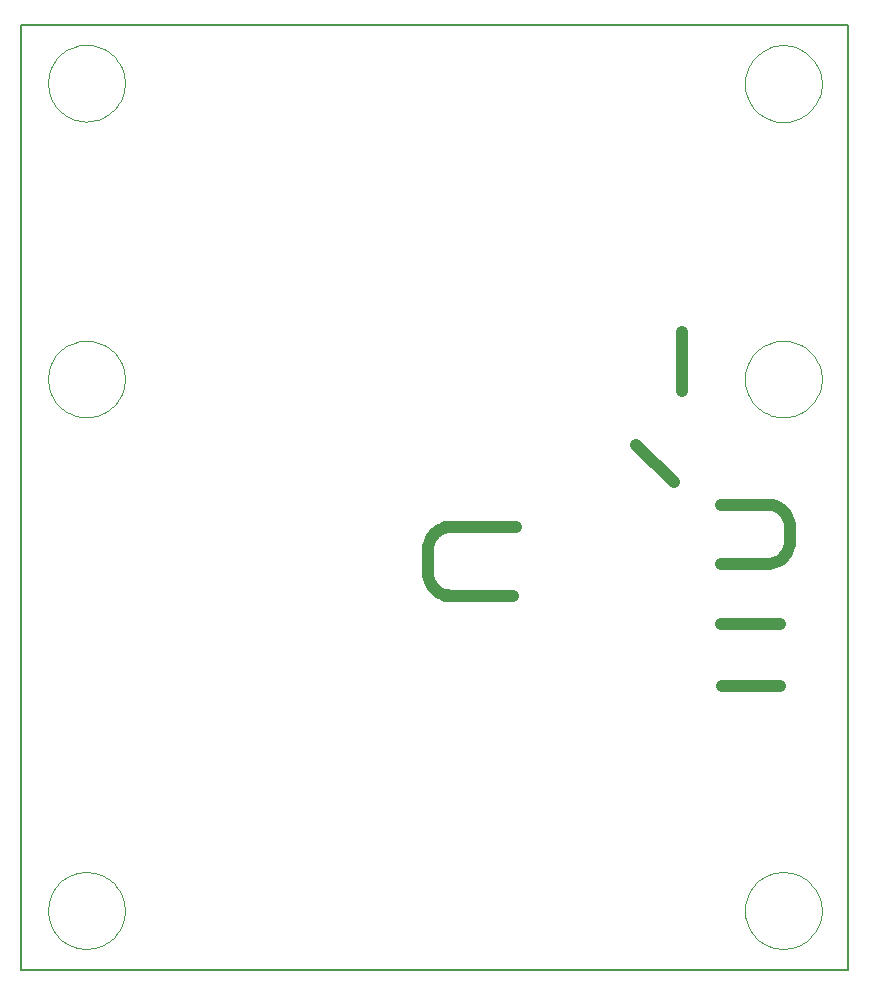
<source format=gko>
G04*
G04 #@! TF.GenerationSoftware,Altium Limited,Altium Designer,21.6.1 (37)*
G04*
G04 Layer_Color=16711935*
%FSLAX25Y25*%
%MOIN*%
G70*
G04*
G04 #@! TF.SameCoordinates,2088F3C0-FEE1-402F-84BC-96CE3F90A9C5*
G04*
G04*
G04 #@! TF.FilePolarity,Positive*
G04*
G01*
G75*
%ADD17C,0.00394*%
%ADD18C,0.00500*%
%ADD57C,0.03937*%
D17*
X-103347Y39370D02*
X-103386Y40374D01*
X-103504Y41372D01*
X-103700Y42357D01*
X-103973Y43324D01*
X-104320Y44267D01*
X-104741Y45179D01*
X-105232Y46056D01*
X-105790Y46891D01*
X-106412Y47680D01*
X-107094Y48418D01*
X-107832Y49100D01*
X-108621Y49722D01*
X-109456Y50280D01*
X-110333Y50771D01*
X-111245Y51191D01*
X-112188Y51539D01*
X-113155Y51812D01*
X-114140Y52008D01*
X-115138Y52126D01*
X-116142Y52165D01*
X-117146Y52126D01*
X-118143Y52008D01*
X-119129Y51812D01*
X-120096Y51539D01*
X-121038Y51191D01*
X-121951Y50771D01*
X-122827Y50280D01*
X-123663Y49722D01*
X-124452Y49100D01*
X-125189Y48418D01*
X-125871Y47680D01*
X-126493Y46891D01*
X-127051Y46056D01*
X-127542Y45179D01*
X-127963Y44267D01*
X-128311Y43324D01*
X-128584Y42357D01*
X-128779Y41372D01*
X-128898Y40374D01*
X-128937Y39370D01*
X-128898Y38366D01*
X-128779Y37369D01*
X-128584Y36383D01*
X-128311Y35416D01*
X-127963Y34473D01*
X-127542Y33561D01*
X-127051Y32685D01*
X-126493Y31849D01*
X-125871Y31060D01*
X-125189Y30322D01*
X-124452Y29640D01*
X-123663Y29019D01*
X-122827Y28460D01*
X-121951Y27969D01*
X-121038Y27549D01*
X-120096Y27201D01*
X-119129Y26928D01*
X-118143Y26732D01*
X-117146Y26614D01*
X-116142Y26575D01*
X-115138Y26614D01*
X-114140Y26732D01*
X-113155Y26928D01*
X-112188Y27201D01*
X-111245Y27549D01*
X-110333Y27969D01*
X-109456Y28460D01*
X-108621Y29019D01*
X-107832Y29640D01*
X-107094Y30322D01*
X-106412Y31060D01*
X-105790Y31849D01*
X-105232Y32685D01*
X-104741Y33561D01*
X-104320Y34473D01*
X-103973Y35416D01*
X-103700Y36383D01*
X-103504Y37369D01*
X-103386Y38366D01*
X-103347Y39370D01*
X128937D02*
X128898Y40374D01*
X128779Y41372D01*
X128584Y42357D01*
X128311Y43324D01*
X127963Y44267D01*
X127542Y45179D01*
X127051Y46056D01*
X126493Y46891D01*
X125871Y47680D01*
X125189Y48418D01*
X124452Y49100D01*
X123663Y49722D01*
X122827Y50280D01*
X121951Y50771D01*
X121038Y51191D01*
X120096Y51539D01*
X119129Y51812D01*
X118143Y52008D01*
X117146Y52126D01*
X116142Y52165D01*
X115138Y52126D01*
X114140Y52008D01*
X113155Y51812D01*
X112188Y51539D01*
X111245Y51191D01*
X110333Y50771D01*
X109456Y50280D01*
X108621Y49722D01*
X107832Y49100D01*
X107094Y48418D01*
X106412Y47680D01*
X105790Y46891D01*
X105232Y46056D01*
X104741Y45179D01*
X104320Y44267D01*
X103973Y43324D01*
X103700Y42357D01*
X103504Y41372D01*
X103386Y40374D01*
X103347Y39370D01*
X103386Y38366D01*
X103504Y37369D01*
X103700Y36383D01*
X103973Y35416D01*
X104320Y34473D01*
X104741Y33561D01*
X105232Y32685D01*
X105790Y31849D01*
X106412Y31060D01*
X107094Y30322D01*
X107832Y29640D01*
X108621Y29019D01*
X109456Y28460D01*
X110333Y27969D01*
X111245Y27549D01*
X112188Y27201D01*
X113155Y26928D01*
X114140Y26732D01*
X115138Y26614D01*
X116142Y26575D01*
X117146Y26614D01*
X118143Y26732D01*
X119129Y26928D01*
X120096Y27201D01*
X121038Y27549D01*
X121951Y27969D01*
X122827Y28460D01*
X123663Y29019D01*
X124452Y29640D01*
X125189Y30322D01*
X125871Y31060D01*
X126493Y31849D01*
X127051Y32685D01*
X127542Y33561D01*
X127963Y34473D01*
X128311Y35416D01*
X128584Y36383D01*
X128779Y37369D01*
X128898Y38366D01*
X128937Y39370D01*
Y137795D02*
X128898Y138799D01*
X128779Y139797D01*
X128584Y140782D01*
X128311Y141749D01*
X127963Y142692D01*
X127542Y143604D01*
X127051Y144481D01*
X126493Y145316D01*
X125871Y146105D01*
X125189Y146843D01*
X124452Y147525D01*
X123663Y148147D01*
X122827Y148705D01*
X121951Y149196D01*
X121038Y149617D01*
X120096Y149964D01*
X119129Y150237D01*
X118143Y150433D01*
X117146Y150551D01*
X116142Y150591D01*
X115138Y150551D01*
X114140Y150433D01*
X113155Y150237D01*
X112188Y149964D01*
X111245Y149617D01*
X110333Y149196D01*
X109456Y148705D01*
X108621Y148147D01*
X107832Y147525D01*
X107094Y146843D01*
X106412Y146105D01*
X105790Y145316D01*
X105232Y144481D01*
X104741Y143604D01*
X104320Y142692D01*
X103973Y141749D01*
X103700Y140782D01*
X103504Y139797D01*
X103386Y138799D01*
X103347Y137795D01*
X103386Y136791D01*
X103504Y135794D01*
X103700Y134808D01*
X103973Y133841D01*
X104320Y132899D01*
X104741Y131986D01*
X105232Y131110D01*
X105790Y130274D01*
X106412Y129485D01*
X107094Y128748D01*
X107832Y128066D01*
X108621Y127444D01*
X109456Y126885D01*
X110333Y126395D01*
X111245Y125974D01*
X112188Y125626D01*
X113155Y125354D01*
X114140Y125157D01*
X115138Y125039D01*
X116142Y125000D01*
X117146Y125039D01*
X118143Y125157D01*
X119129Y125354D01*
X120096Y125626D01*
X121038Y125974D01*
X121951Y126395D01*
X122827Y126885D01*
X123663Y127444D01*
X124452Y128066D01*
X125189Y128748D01*
X125871Y129485D01*
X126493Y130274D01*
X127051Y131110D01*
X127542Y131986D01*
X127963Y132899D01*
X128311Y133841D01*
X128584Y134808D01*
X128779Y135794D01*
X128898Y136791D01*
X128937Y137795D01*
X-103347Y138000D02*
X-103386Y139004D01*
X-103504Y140002D01*
X-103700Y140987D01*
X-103973Y141954D01*
X-104320Y142896D01*
X-104741Y143809D01*
X-105232Y144685D01*
X-105790Y145521D01*
X-106412Y146310D01*
X-107094Y147048D01*
X-107832Y147730D01*
X-108621Y148352D01*
X-109456Y148910D01*
X-110333Y149401D01*
X-111245Y149821D01*
X-112188Y150169D01*
X-113155Y150442D01*
X-114140Y150638D01*
X-115138Y150756D01*
X-116142Y150795D01*
X-117146Y150756D01*
X-118143Y150638D01*
X-119129Y150442D01*
X-120096Y150169D01*
X-121038Y149821D01*
X-121951Y149401D01*
X-122827Y148910D01*
X-123663Y148352D01*
X-124452Y147730D01*
X-125189Y147048D01*
X-125871Y146310D01*
X-126493Y145521D01*
X-127051Y144685D01*
X-127542Y143809D01*
X-127963Y142896D01*
X-128311Y141954D01*
X-128584Y140987D01*
X-128779Y140002D01*
X-128898Y139004D01*
X-128937Y138000D01*
X-128898Y136996D01*
X-128779Y135998D01*
X-128584Y135013D01*
X-128311Y134046D01*
X-127963Y133104D01*
X-127542Y132191D01*
X-127051Y131315D01*
X-126493Y130479D01*
X-125871Y129690D01*
X-125189Y128952D01*
X-124452Y128270D01*
X-123663Y127648D01*
X-122827Y127090D01*
X-121951Y126599D01*
X-121038Y126179D01*
X-120096Y125831D01*
X-119129Y125558D01*
X-118143Y125362D01*
X-117146Y125244D01*
X-116142Y125205D01*
X-115138Y125244D01*
X-114140Y125362D01*
X-113155Y125558D01*
X-112188Y125831D01*
X-111245Y126179D01*
X-110333Y126599D01*
X-109456Y127090D01*
X-108621Y127648D01*
X-107832Y128270D01*
X-107094Y128952D01*
X-106412Y129690D01*
X-105790Y130479D01*
X-105232Y131315D01*
X-104741Y132191D01*
X-104320Y133104D01*
X-103973Y134046D01*
X-103700Y135013D01*
X-103504Y135998D01*
X-103386Y136996D01*
X-103347Y138000D01*
X128937Y-137795D02*
X128898Y-136791D01*
X128779Y-135794D01*
X128584Y-134808D01*
X128311Y-133841D01*
X127963Y-132899D01*
X127542Y-131986D01*
X127051Y-131110D01*
X126493Y-130274D01*
X125871Y-129485D01*
X125189Y-128748D01*
X124452Y-128066D01*
X123663Y-127444D01*
X122827Y-126885D01*
X121951Y-126395D01*
X121038Y-125974D01*
X120096Y-125626D01*
X119129Y-125354D01*
X118143Y-125157D01*
X117146Y-125039D01*
X116142Y-125000D01*
X115138Y-125039D01*
X114140Y-125157D01*
X113155Y-125354D01*
X112188Y-125626D01*
X111245Y-125974D01*
X110333Y-126395D01*
X109456Y-126885D01*
X108621Y-127444D01*
X107832Y-128066D01*
X107094Y-128748D01*
X106412Y-129485D01*
X105790Y-130274D01*
X105232Y-131110D01*
X104741Y-131986D01*
X104320Y-132899D01*
X103973Y-133841D01*
X103700Y-134808D01*
X103504Y-135794D01*
X103386Y-136791D01*
X103347Y-137795D01*
X103386Y-138799D01*
X103504Y-139797D01*
X103700Y-140782D01*
X103973Y-141749D01*
X104320Y-142692D01*
X104741Y-143604D01*
X105232Y-144481D01*
X105790Y-145316D01*
X106412Y-146105D01*
X107094Y-146843D01*
X107832Y-147525D01*
X108621Y-148147D01*
X109456Y-148705D01*
X110333Y-149196D01*
X111245Y-149617D01*
X112188Y-149964D01*
X113155Y-150237D01*
X114140Y-150433D01*
X115138Y-150551D01*
X116142Y-150591D01*
X117146Y-150551D01*
X118143Y-150433D01*
X119129Y-150237D01*
X120096Y-149964D01*
X121038Y-149617D01*
X121951Y-149196D01*
X122827Y-148705D01*
X123663Y-148147D01*
X124452Y-147525D01*
X125189Y-146843D01*
X125871Y-146105D01*
X126493Y-145316D01*
X127051Y-144481D01*
X127542Y-143604D01*
X127963Y-142692D01*
X128311Y-141749D01*
X128584Y-140782D01*
X128779Y-139797D01*
X128898Y-138799D01*
X128937Y-137795D01*
X-103347D02*
X-103386Y-136791D01*
X-103504Y-135794D01*
X-103700Y-134808D01*
X-103973Y-133841D01*
X-104320Y-132899D01*
X-104741Y-131986D01*
X-105232Y-131110D01*
X-105790Y-130274D01*
X-106412Y-129485D01*
X-107094Y-128748D01*
X-107832Y-128066D01*
X-108621Y-127444D01*
X-109456Y-126885D01*
X-110333Y-126395D01*
X-111245Y-125974D01*
X-112188Y-125626D01*
X-113155Y-125354D01*
X-114140Y-125157D01*
X-115138Y-125039D01*
X-116142Y-125000D01*
X-117146Y-125039D01*
X-118143Y-125157D01*
X-119129Y-125354D01*
X-120096Y-125626D01*
X-121038Y-125974D01*
X-121951Y-126395D01*
X-122827Y-126885D01*
X-123663Y-127444D01*
X-124452Y-128066D01*
X-125189Y-128748D01*
X-125871Y-129485D01*
X-126493Y-130274D01*
X-127051Y-131110D01*
X-127542Y-131986D01*
X-127963Y-132899D01*
X-128311Y-133841D01*
X-128584Y-134808D01*
X-128779Y-135794D01*
X-128898Y-136791D01*
X-128937Y-137795D01*
X-128898Y-138799D01*
X-128779Y-139797D01*
X-128584Y-140782D01*
X-128311Y-141749D01*
X-127963Y-142692D01*
X-127542Y-143604D01*
X-127051Y-144481D01*
X-126493Y-145316D01*
X-125871Y-146105D01*
X-125189Y-146843D01*
X-124452Y-147525D01*
X-123663Y-148147D01*
X-122827Y-148705D01*
X-121951Y-149196D01*
X-121038Y-149617D01*
X-120096Y-149964D01*
X-119129Y-150237D01*
X-118143Y-150433D01*
X-117146Y-150551D01*
X-116142Y-150591D01*
X-115138Y-150551D01*
X-114140Y-150433D01*
X-113155Y-150237D01*
X-112188Y-149964D01*
X-111245Y-149617D01*
X-110333Y-149196D01*
X-109456Y-148705D01*
X-108621Y-148147D01*
X-107832Y-147525D01*
X-107094Y-146843D01*
X-106412Y-146105D01*
X-105790Y-145316D01*
X-105232Y-144481D01*
X-104741Y-143604D01*
X-104320Y-142692D01*
X-103973Y-141749D01*
X-103700Y-140782D01*
X-103504Y-139797D01*
X-103386Y-138799D01*
X-103347Y-137795D01*
D18*
X137795Y157480D02*
X137795Y-157480D01*
X-137795Y157480D02*
X137795D01*
X-137795D02*
X-137795Y-157480D01*
Y-157480D02*
X137795Y-157480D01*
D57*
X110831Y-22354D02*
X111812Y-22290D01*
X112776Y-22098D01*
X113707Y-21782D01*
X114589Y-21347D01*
X115407Y-20801D01*
X116146Y-20153D01*
X116794Y-19413D01*
X117340Y-18596D01*
X117775Y-17714D01*
X118091Y-16783D01*
X118283Y-15819D01*
X118347Y-14838D01*
Y-9997D02*
X118283Y-9016D01*
X118091Y-8051D01*
X117775Y-7120D01*
X117340Y-6239D01*
X116794Y-5421D01*
X116146Y-4682D01*
X115407Y-4034D01*
X114589Y-3487D01*
X113707Y-3053D01*
X112776Y-2736D01*
X111812Y-2545D01*
X110831Y-2480D01*
X5260Y-9905D02*
X4279Y-9969D01*
X3314Y-10161D01*
X2383Y-10477D01*
X1501Y-10912D01*
X684Y-11458D01*
X-55Y-12106D01*
X-703Y-12845D01*
X-1250Y-13663D01*
X-1685Y-14545D01*
X-2001Y-15476D01*
X-2193Y-16440D01*
X-2257Y-17421D01*
X-2238Y-25287D02*
X-2174Y-26268D01*
X-1982Y-27233D01*
X-1666Y-28164D01*
X-1232Y-29046D01*
X-685Y-29863D01*
X-37Y-30602D01*
X702Y-31251D01*
X1520Y-31797D01*
X2402Y-32232D01*
X3333Y-32548D01*
X4297Y-32740D01*
X5278Y-32804D01*
X118329Y-9997D02*
X118331Y-16035D01*
X67205Y17520D02*
X79705Y5020D01*
X95715Y-62895D02*
X115215D01*
X95455Y-22354D02*
X110831D01*
X95455Y-42354D02*
X114955D01*
X95455Y-2480D02*
X110831D01*
X82500Y35250D02*
Y55000D01*
X-2240Y-25287D02*
Y-17421D01*
X3260Y-9921D02*
X27000D01*
X3278Y-32787D02*
X26000D01*
M02*

</source>
